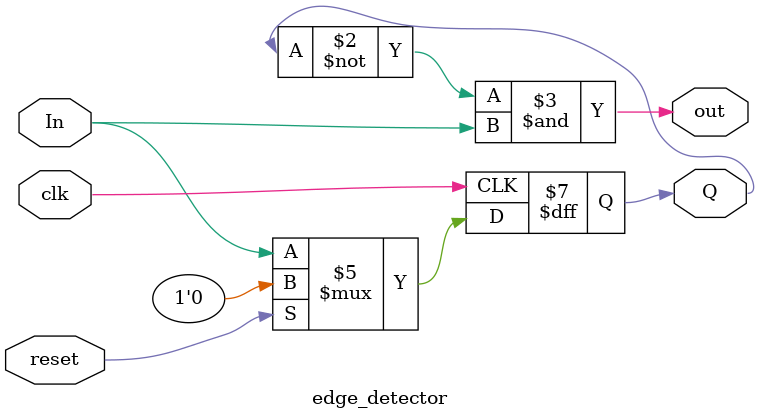
<source format=v>
`timescale 1ns / 1ps


module edge_detector(
input clk,reset,In,
output reg Q,
output out
    );

always @(posedge clk)
begin
 if(reset)begin
  Q<=1'b0;
   end
 else
  begin
    Q<=In;
  end
  end
  assign out=~Q&In;
 endmodule

</source>
